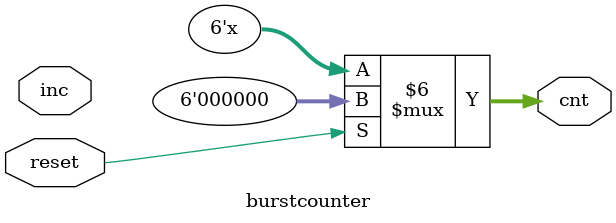
<source format=v>
module burstcounter(reset,inc,cnt);
input reset, inc;
output reg [5:0] cnt;

always @ (inc or reset) begin

if(reset) 
cnt = 1'd0;
else begin
if(inc) begin
cnt <= cnt+1'd1;
end
end
end
endmodule

</source>
